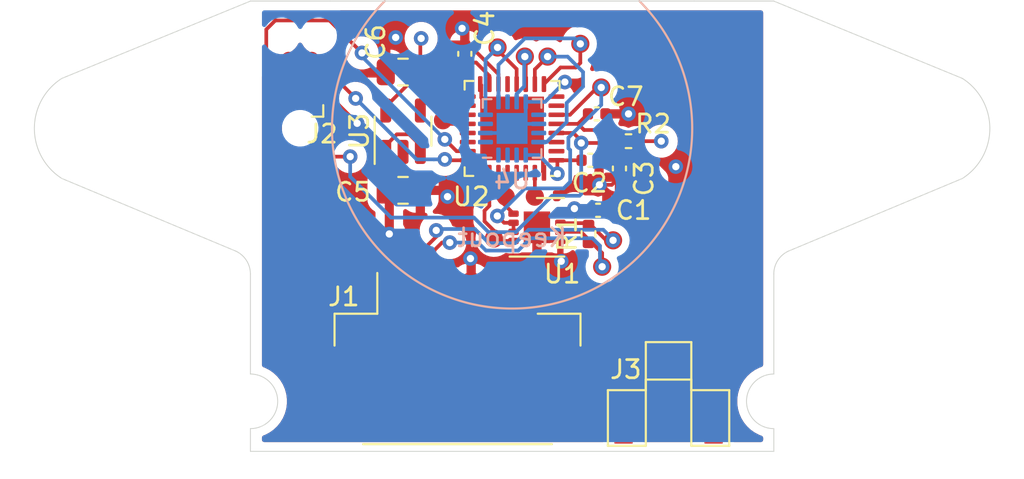
<source format=kicad_pcb>
(kicad_pcb (version 20211014) (generator pcbnew)
  (layers (0 "F.Cu" signal) (1 "In1.Cu" signal) (2 "In2.Cu" signal) (31 "B.Cu" signal) (34 "B.Paste" user) (35 "F.Paste" user) (36 "B.SilkS" user "B.Silkscreen") (37 "F.SilkS" user "F.Silkscreen") (38 "B.Mask" user) (39 "F.Mask" user) (44 "Edge.Cuts" user))
  (net 0 "")
  (net 1 "+5V")
  (net 2 "GNDD")
  (net 3 "+3V3")
  (net 4 "/USART2_RX")
  (net 5 "/USART2_DE")
  (net 6 "/USART2_TX")
  (net 7 "/~{RESET}")
  (net 8 "/RS485_N")
  (net 9 "/RS485_P")
  (net 10 "/BOOT0")
  (net 11 "/USB_DN")
  (net 12 "/USART1_TX")
  (net 13 "/USART1_RX")
  (net 14 "/SPI1_NSS")
  (net 15 "/SPI1_SCK")
  (net 16 "/SPI1_MISO")
  (net 19 "/SPI1_MOSI")
  (net 25 "/SWDIO")
  (net 26 "/SWCLK")
  (net 27 "/USB_DP")
  (net 29 "/I2S3_SD")
  (net 42 "/TEMP")
  (footprint "ODrive_KiCad:TestPoint_Pad_D1.0mm" (layer "F.Cu") (at 123.25 71.75)
    (fp_text reference "TP1" hide)
    (fp_text value "TestPoint")
    (pad "1" smd circle (at 0 0) (size 1 1) (layers "F.Cu" "F.Mask") (net 10 "/BOOT0"))
  )
  (footprint "Connector_Molex:Molex_CLIK-Mate_502585-0670_1x06-1MP_P1.50mm_Horizontal" (layer "F.Cu") (at 119 79.97)
    (fp_text reference "J1" (at -6.25 -2.72) (layer "F.SilkS"))
    (fp_text value "Main")
    (fp_line (start -4.41 -1.785) (end -4.41 -4.025) (layer "F.SilkS") (width 0.12))
    (fp_line (start -6.76 -1.785) (end -4.41 -1.785) (layer "F.SilkS") (width 0.12))
    (fp_line (start 6.76 -1.785) (end 4.41 -1.785) (layer "F.SilkS") (width 0.12))
    (fp_line (start 6.76 -0.035) (end 6.76 -1.785) (layer "F.SilkS") (width 0.12))
    (fp_line (start -5.19 5.385) (end 5.19 5.385) (layer "F.SilkS") (width 0.12))
    (fp_line (start -6.76 -0.035) (end -6.76 -1.785) (layer "F.SilkS") (width 0.12))
    (pad "1" smd roundrect (at -3.75 -2.575) (size 0.8 2.9) (layers "F.Cu" "F.Paste" "F.Mask") (net 1 "+5V"))
    (pad "2" smd roundrect (at -2.25 -2.575) (size 0.8 2.9) (layers "F.Cu" "F.Paste" "F.Mask") (net 8 "/RS485_N"))
    (pad "3" smd roundrect (at -0.75 -2.575) (size 0.8 2.9) (layers "F.Cu" "F.Paste" "F.Mask") (net 9 "/RS485_P"))
    (pad "4" smd roundrect (at 0.75 -2.575) (size 0.8 2.9) (layers "F.Cu" "F.Paste" "F.Mask") (net 2 "GNDD"))
    (pad "5" smd roundrect (at 2.25 -2.575) (size 0.8 2.9) (layers "F.Cu" "F.Paste" "F.Mask"))
    (pad "6" smd roundrect (at 3.75 -2.575) (size 0.8 2.9) (layers "F.Cu" "F.Paste" "F.Mask"))
    (pad "MP" smd roundrect (at 6.35 2.125) (size 1.8 3.8) (layers "F.Cu" "F.Paste" "F.Mask") (roundrect_rratio 0.138889))
    (pad "MP" smd roundrect (at -6.35 2.125) (size 1.8 3.8) (layers "F.Cu" "F.Paste" "F.Mask") (roundrect_rratio 0.138889))
  )
  (footprint "Resistor_SMD:R_0402_1005Metric" (layer "F.Cu") (at 128.4 68.7 180)
    (fp_text reference "R2" (at -1.35 0.95) (layer "F.SilkS"))
    (fp_text value "4.7k")
    (fp_line (start -0.153641 -0.38) (end 0.153641 -0.38) (layer "F.SilkS") (width 0.12))
    (fp_line (start -0.153641 0.38) (end 0.153641 0.38) (layer "F.SilkS") (width 0.12))
    (pad "1" smd roundrect (at -0.51 0 180) (size 0.54 0.64) (layers "F.Cu" "F.Paste" "F.Mask") (net 3 "+3V3"))
    (pad "2" smd roundrect (at 0.51 0 180) (size 0.54 0.64) (layers "F.Cu" "F.Paste" "F.Mask") (net 42 "/TEMP"))
  )
  (footprint "Capacitor_SMD:C_0402_1005Metric" (layer "F.Cu") (at 127.9 70.2 -90)
    (fp_text reference "C3" (at 0.55 -1.35 90) (layer "F.SilkS"))
    (fp_text value "100nF")
    (fp_line (start -0.107836 -0.36) (end 0.107836 -0.36) (layer "F.SilkS") (width 0.12))
    (fp_line (start -0.107836 0.36) (end 0.107836 0.36) (layer "F.SilkS") (width 0.12))
    (pad "1" smd roundrect (at -0.48 0 270) (size 0.56 0.62) (layers "F.Cu" "F.Paste" "F.Mask") (net 7 "/~{RESET}"))
    (pad "2" smd roundrect (at 0.48 0 270) (size 0.56 0.62) (layers "F.Cu" "F.Paste" "F.Mask") (net 2 "GNDD"))
  )
  (footprint "Package_CSP:LFCSP-8-1EP_3x3mm_P0.5mm_EP1.45x1.74mm" (layer "F.Cu") (at 123.365 73.435)
    (fp_text reference "U1" (at 1.385 2.565) (layer "F.SilkS"))
    (fp_text value "ADM4852")
    (fp_line (start 0 -1.61) (end 1.5 -1.61) (layer "F.SilkS") (width 0.12))
    (fp_line (start -1.5 1.61) (end 1.5 1.61) (layer "F.SilkS") (width 0.12))
    (pad "1" smd roundrect (at -1.2875 -0.75) (size 0.575 0.35) (layers "F.Cu" "F.Paste" "F.Mask") (net 4 "/USART2_RX"))
    (pad "2" smd roundrect (at -1.2875 -0.25) (size 0.575 0.35) (layers "F.Cu" "F.Paste" "F.Mask") (net 5 "/USART2_DE"))
    (pad "3" smd roundrect (at -1.2875 0.25) (size 0.575 0.35) (layers "F.Cu" "F.Paste" "F.Mask") (net 5 "/USART2_DE"))
    (pad "4" smd roundrect (at -1.2875 0.75) (size 0.575 0.35) (layers "F.Cu" "F.Paste" "F.Mask") (net 6 "/USART2_TX"))
    (pad "5" smd roundrect (at 1.2875 0.75) (size 0.575 0.35) (layers "F.Cu" "F.Paste" "F.Mask") (net 2 "GNDD"))
    (pad "6" smd roundrect (at 1.2875 0.25) (size 0.575 0.35) (layers "F.Cu" "F.Paste" "F.Mask") (net 9 "/RS485_P"))
    (pad "7" smd roundrect (at 1.2875 -0.25) (size 0.575 0.35) (layers "F.Cu" "F.Paste" "F.Mask") (net 8 "/RS485_N"))
    (pad "8" smd roundrect (at 1.2875 -0.75) (size 0.575 0.35) (layers "F.Cu" "F.Paste" "F.Mask") (net 1 "+5V"))
    (pad "PAD" smd rect (at 0 0) (size 1.45 1.74) (layers "F.Cu" "F.Mask") (net 2 "GNDD"))
  )
  (footprint "ODrive_KiCad:TestPoint_Pad_D1.0mm" (layer "F.Cu") (at 121.65 71.75)
    (fp_text reference "TP6" hide)
    (fp_text value "TestPoint")
    (pad "1" smd circle (at 0 0) (size 1 1) (layers "F.Cu" "F.Mask") (net 4 "/USART2_RX"))
  )
  (footprint "ODrive_KiCad:TestPoint_Pad_D1.0mm" (layer "F.Cu") (at 127.55 74.15)
    (fp_text reference "TP11" hide)
    (fp_text value "TestPoint")
    (pad "1" smd circle (at 0 0) (size 1 1) (layers "F.Cu" "F.Mask") (net 8 "/RS485_N"))
  )
  (footprint "ODrive_KiCad:TestPoint_Pad_D1.0mm" (layer "F.Cu") (at 122.7 64.05)
    (fp_text reference "TP9" hide)
    (fp_text value "TestPoint")
    (pad "1" smd circle (at 0 0) (size 1 1) (layers "F.Cu" "F.Mask") (net 16 "/SPI1_MISO"))
  )
  (footprint "Capacitor_SMD:C_0805_2012Metric" (layer "F.Cu") (at 116.0056 71.4024)
    (fp_text reference "C5" (at -2.7556 0.0976) (layer "F.SilkS"))
    (fp_text value "22uF")
    (fp_line (start -0.261252 0.735) (end 0.261252 0.735) (layer "F.SilkS") (width 0.12))
    (fp_line (start -0.261252 -0.735) (end 0.261252 -0.735) (layer "F.SilkS") (width 0.12))
    (pad "1" smd roundrect (at -0.95 0) (size 1 1.45) (layers "F.Cu" "F.Paste" "F.Mask") (net 1 "+5V"))
    (pad "2" smd roundrect (at 0.95 0) (size 1 1.45) (layers "F.Cu" "F.Paste" "F.Mask") (net 2 "GNDD"))
  )
  (footprint "MountingHole:MountingHole_3mm" (layer "F.Cu") (at 99 68)
    (fp_text reference "H1" hide)
    (fp_text value "MountingHole")
    (pad "" np_thru_hole circle (at 0 0) (size 3 3) (drill 3) (layers *.Cu *.Mask))
  )
  (footprint "ODrive_KiCad:JST_GH_SM02B" (layer "F.Cu") (at 130.6 80.775)
    (fp_text reference "J3" (at -2.35 0.475) (layer "F.SilkS"))
    (fp_text value "Thermistor")
    (fp_line (start 1.25 4.67) (end 3.335 4.67) (layer "F.SilkS") (width 0.12))
    (fp_line (start -1.25 4.67) (end -3.335 4.67) (layer "F.SilkS") (width 0.12))
    (fp_line (start -1.25 1.03) (end -1.25 4.67) (layer "F.SilkS") (width 0.12))
    (fp_line (start 3.335 1.61) (end 1.25 1.61) (layer "F.SilkS") (width 0.12))
    (fp_line (start 1.25 1.03) (end 1.25 4.67) (layer "F.SilkS") (width 0.12))
    (fp_line (start -1.25 1.03) (end 1.25 1.03) (layer "F.SilkS") (width 0.12))
    (fp_line (start -3.335 4.67) (end -3.335 1.61) (layer "F.SilkS") (width 0.12))
    (fp_line (start -1.25 1.61) (end -1.25 -1.03) (layer "F.SilkS") (width 0.12))
    (fp_line (start 1.25 1.61) (end 1.25 -1.03) (layer "F.SilkS") (width 0.12))
    (fp_line (start 3.335 4.67) (end 3.335 1.61) (layer "F.SilkS") (width 0.12))
    (fp_line (start -3.335 1.61) (end -1.25 1.61) (layer "F.SilkS") (width 0.12))
    (fp_line (start -1.25 -1.03) (end 1.25 -1.03) (layer "F.SilkS") (width 0.12))
    (pad "1" smd rect (at -0.625 0) (size 0.6 1.7) (layers "F.Cu" "F.Paste" "F.Mask") (net 42 "/TEMP"))
    (pad "2" smd rect (at 0.625 0) (size 0.6 1.7) (layers "F.Cu" "F.Paste" "F.Mask") (net 2 "GNDD"))
    (pad "SH" smd rect (at 2.475 3.2) (size 1 2.7) (layers "F.Cu" "F.Paste" "F.Mask") (net 2 "GNDD"))
    (pad "SH" smd rect (at -2.475 3.2) (size 1 2.7) (layers "F.Cu" "F.Paste" "F.Mask") (net 2 "GNDD"))
  )
  (footprint "ODrive_KiCad:TestPoint_Pad_D1.0mm" (layer "F.Cu") (at 121.2 63.55)
    (fp_text reference "TP10" hide)
    (fp_text value "TestPoint")
    (pad "1" smd circle (at 0 0) (size 1 1) (layers "F.Cu" "F.Mask") (net 19 "/SPI1_MOSI"))
  )
  (footprint "Capacitor_SMD:C_0805_2012Metric" (layer "F.Cu") (at 116.0056 64.9024 180)
    (fp_text reference "C6" (at 1.5056 1.6524 90) (layer "F.SilkS"))
    (fp_text value "22uF")
    (fp_line (start -0.261252 0.735) (end 0.261252 0.735) (layer "F.SilkS") (width 0.12))
    (fp_line (start -0.261252 -0.735) (end 0.261252 -0.735) (layer "F.SilkS") (width 0.12))
    (pad "1" smd roundrect (at -0.95 0 180) (size 1 1.45) (layers "F.Cu" "F.Paste" "F.Mask") (net 3 "+3V3"))
    (pad "2" smd roundrect (at 0.95 0 180) (size 1 1.45) (layers "F.Cu" "F.Paste" "F.Mask") (net 2 "GNDD"))
  )
  (footprint "Capacitor_SMD:C_0402_1005Metric" (layer "F.Cu") (at 119.4 63.9 -90)
    (fp_text reference "C4" (at -1.4 -1.1 90) (layer "F.SilkS"))
    (fp_text value "100nF")
    (fp_line (start -0.107836 -0.36) (end 0.107836 -0.36) (layer "F.SilkS") (width 0.12))
    (fp_line (start -0.107836 0.36) (end 0.107836 0.36) (layer "F.SilkS") (width 0.12))
    (pad "1" smd roundrect (at -0.48 0 270) (size 0.56 0.62) (layers "F.Cu" "F.Paste" "F.Mask") (net 2 "GNDD"))
    (pad "2" smd roundrect (at 0.48 0 270) (size 0.56 0.62) (layers "F.Cu" "F.Paste" "F.Mask") (net 3 "+3V3"))
  )
  (footprint "Package_TO_SOT_SMD:SOT-23-5" (layer "F.Cu") (at 116.0056 68.1524 90)
    (fp_text reference "U3" (at 0 -2.4 90) (layer "F.SilkS"))
    (fp_text value "LP5907MFX-3.3")
    (fp_line (start 0 -1.56) (end -1.8 -1.56) (layer "F.SilkS") (width 0.12))
    (fp_line (start 0 1.56) (end -0.8 1.56) (layer "F.SilkS") (width 0.12))
    (fp_line (start 0 -1.56) (end 0.8 -1.56) (layer "F.SilkS") (width 0.12))
    (fp_line (start 0 1.56) (end 0.8 1.56) (layer "F.SilkS") (width 0.12))
    (pad "1" smd roundrect (at -1.1375 -0.95 90) (size 1.325 0.6) (layers "F.Cu" "F.Paste" "F.Mask") (net 1 "+5V"))
    (pad "2" smd roundrect (at -1.1375 0 90) (size 1.325 0.6) (layers "F.Cu" "F.Paste" "F.Mask") (net 2 "GNDD"))
    (pad "3" smd roundrect (at -1.1375 0.95 90) (size 1.325 0.6) (layers "F.Cu" "F.Paste" "F.Mask") (net 1 "+5V"))
    (pad "4" smd roundrect (at 1.1375 0.95 90) (size 1.325 0.6) (layers "F.Cu" "F.Paste" "F.Mask"))
    (pad "5" smd roundrect (at 1.1375 -0.95 90) (size 1.325 0.6) (layers "F.Cu" "F.Paste" "F.Mask") (net 3 "+3V3"))
  )
  (footprint "ODrive_KiCad:TestPoint_Pad_D1.0mm" (layer "F.Cu") (at 125.75 63.35)
    (fp_text reference "TP7" hide)
    (fp_text value "TestPoint")
    (pad "1" smd circle (at 0 0) (size 1 1) (layers "F.Cu" "F.Mask") (net 14 "/SPI1_NSS"))
  )
  (footprint "Resistor_SMD:R_0402_1005Metric" (layer "F.Cu") (at 126.2 73.8 90)
    (fp_text reference "R1" (at 0 -1.17 90) (layer "F.SilkS"))
    (fp_text value "120")
    (fp_line (start -0.153641 -0.38) (end 0.153641 -0.38) (layer "F.SilkS") (width 0.12))
    (fp_line (start -0.153641 0.38) (end 0.153641 0.38) (layer "F.SilkS") (width 0.12))
    (pad "1" smd roundrect (at -0.51 0 90) (size 0.54 0.64) (layers "F.Cu" "F.Paste" "F.Mask") (net 9 "/RS485_P"))
    (pad "2" smd roundrect (at 0.51 0 90) (size 0.54 0.64) (layers "F.Cu" "F.Paste" "F.Mask") (net 8 "/RS485_N"))
  )
  (footprint "Connector:Tag-Connect_TC2030-IDC-NL_2x03_P1.27mm_Vertical" (layer "F.Cu") (at 110.35 65.45 90)
    (fp_text reference "J2" (at -2.85 1.2 180) (layer "F.SilkS"))
    (fp_text value "Debug")
    (fp_line (start -1.905 1.27) (end -1.905 0.635) (layer "F.SilkS") (width 0.12))
    (fp_line (start -1.27 1.27) (end -1.905 1.27) (layer "F.SilkS") (width 0.12))
    (pad "" np_thru_hole circle (at 2.54 1.016 90) (size 0.9906 0.9906) (drill 0.9906) (layers *.Cu *.Mask))
    (pad "" np_thru_hole circle (at -2.54 0 90) (size 0.9906 0.9906) (drill 0.9906) (layers *.Cu *.Mask))
    (pad "" np_thru_hole circle (at 2.54 -1.016 90) (size 0.9906 0.9906) (drill 0.9906) (layers *.Cu *.Mask))
    (pad "1" connect circle (at -1.27 0.635 90) (size 0.7874 0.7874) (layers "F.Cu" "F.Mask") (net 1 "+5V"))
    (pad "2" connect circle (at -1.27 -0.635 90) (size 0.7874 0.7874) (layers "F.Cu" "F.Mask") (net 7 "/~{RESET}"))
    (pad "3" connect circle (at 0 0.635 90) (size 0.7874 0.7874) (layers "F.Cu" "F.Mask") (net 26 "/SWCLK"))
    (pad "4" connect circle (at 0 -0.635 90) (size 0.7874 0.7874) (layers "F.Cu" "F.Mask") (net 25 "/SWDIO"))
    (pad "5" connect circle (at 1.27 0.635 90) (size 0.7874 0.7874) (layers "F.Cu" "F.Mask") (net 2 "GNDD"))
    (pad "6" connect circle (at 1.27 -0.635 90) (size 0.7874 0.7874) (layers "F.Cu" "F.Mask") (net 2 "GNDD"))
    (zone (net 0) (net_name "") (layer "F.Cu") (connect_pads (clearance 0)) (min_thickness 0.254)
      (keepout (tracks allowed) (vias not_allowed) (pads allowed) (copperpour not_allowed) (footprints not_allowed))
      (fill (thermal_gap 0.508) (thermal_bridge_width 0.508))
      (polygon (pts (xy 109.715 64.18) (xy 109.715 66.72) (xy 110.985 66.72) (xy 110.985 64.18)))
    )
  )
  (footprint "ODrive_KiCad:TestPoint_Pad_D1.0mm" (layer "F.Cu") (at 121 74.05)
    (fp_text reference "TP5" hide)
    (fp_text value "TestPoint")
    (pad "1" smd circle (at 0 0) (size 1 1) (layers "F.Cu" "F.Mask") (net 6 "/USART2_TX"))
  )
  (footprint "Capacitor_SMD:C_0402_1005Metric" (layer "F.Cu") (at 126.3 69.75 180)
    (fp_text reference "C2" (at 0.05 -1.25) (layer "F.SilkS"))
    (fp_text value "100nF")
    (fp_line (start -0.107836 0.36) (end 0.107836 0.36) (layer "F.SilkS") (width 0.12))
    (fp_line (start -0.107836 -0.36) (end 0.107836 -0.36) (layer "F.SilkS") (width 0.12))
    (pad "1" smd roundrect (at -0.48 0 180) (size 0.56 0.62) (layers "F.Cu" "F.Paste" "F.Mask") (net 2 "GNDD"))
    (pad "2" smd roundrect (at 0.48 0 180) (size 0.56 0.62) (layers "F.Cu" "F.Paste" "F.Mask") (net 3 "+3V3"))
  )
  (footprint "ODrive_KiCad:TestPoint_Pad_D1.0mm" (layer "F.Cu") (at 118.2 67.55)
    (fp_text reference "TP3" hide)
    (fp_text value "TestPoint")
    (pad "1" smd circle (at 0 0) (size 1 1) (layers "F.Cu" "F.Mask") (net 13 "/USART1_RX"))
  )
  (footprint "ODrive_KiCad:TestPoint_Pad_D1.0mm" (layer "F.Cu") (at 118.25 66.1)
    (fp_text reference "TP2" hide)
    (fp_text value "TestPoint")
    (pad "1" smd circle (at 0 0) (size 1 1) (layers "F.Cu" "F.Mask") (net 12 "/USART1_TX"))
  )
  (footprint "Capacitor_SMD:C_0402_1005Metric" (layer "F.Cu") (at 126.65 67.2)
    (fp_text reference "C7" (at 1.6 -0.95) (layer "F.SilkS"))
    (fp_text value "2.2uF")
    (fp_line (start -0.107836 0.36) (end 0.107836 0.36) (layer "F.SilkS") (width 0.12))
    (fp_line (start -0.107836 -0.36) (end 0.107836 -0.36) (layer "F.SilkS") (width 0.12))
    (pad "1" smd roundrect (at -0.48 0) (size 0.56 0.62) (layers "F.Cu" "F.Paste" "F.Mask") (net 42 "/TEMP"))
    (pad "2" smd roundrect (at 0.48 0) (size 0.56 0.62) (layers "F.Cu" "F.Paste" "F.Mask") (net 2 "GNDD"))
  )
  (footprint "ODrive_KiCad:TestPoint_Pad_D1.0mm" (layer "F.Cu") (at 126.95 75.6)
    (fp_text reference "TP12" hide)
    (fp_text value "TestPoint")
    (pad "1" smd circle (at 0 0) (size 1 1) (layers "F.Cu" "F.Mask") (net 9 "/RS485_P"))
  )
  (footprint "Capacitor_SMD:C_0402_1005Metric" (layer "F.Cu") (at 126.725 72.5 180)
    (fp_text reference "C1" (at -1.95 0) (layer "F.SilkS"))
    (fp_text value "100nF")
    (fp_line (start -0.107836 0.36) (end 0.107836 0.36) (layer "F.SilkS") (width 0.12))
    (fp_line (start -0.107836 -0.36) (end 0.107836 -0.36) (layer "F.SilkS") (width 0.12))
    (pad "1" smd roundrect (at -0.48 0 180) (size 0.56 0.62) (layers "F.Cu" "F.Paste" "F.Mask") (net 2 "GNDD"))
    (pad "2" smd roundrect (at 0.48 0 180) (size 0.56 0.62) (layers "F.Cu" "F.Paste" "F.Mask") (net 1 "+5V"))
  )
  (footprint "ODrive_KiCad:TestPoint_Pad_D1.0mm" (layer "F.Cu") (at 123.95 64.05)
    (fp_text reference "TP8" hide)
    (fp_text value "TestPoint")
    (pad "1" smd circle (at 0 0) (size 1 1) (layers "F.Cu" "F.Mask") (net 15 "/SPI1_SCK"))
  )
  (footprint "ODrive_KiCad:TestPoint_Pad_D1.0mm" (layer "F.Cu") (at 126.9 65.75)
    (fp_text reference "TP4" hide)
    (fp_text value "TestPoint")
    (pad "1" smd circle (at 0 0) (size 1 1) (layers "F.Cu" "F.Mask") (net 5 "/USART2_DE"))
  )
  (footprint "MountingHole:MountingHole_3mm" (layer "F.Cu") (at 105.78 68)
    (fp_text reference "H3" hide)
    (fp_text value "MountingHole")
    (pad "" np_thru_hole circle (at 0 0) (size 3 3) (drill 3) (layers *.Cu *.Mask))
  )
  (footprint "MountingHole:MountingHole_3mm" (layer "F.Cu") (at 145 68)
    (fp_text reference "H2" hide)
    (fp_text value "MountingHole")
    (pad "" np_thru_hole circle (at 0 0) (size 3 3) (drill 3) (layers *.Cu *.Mask))
  )
  (footprint "Package_DFN_QFN:UFQFPN-32-1EP_5x5mm_P0.5mm_EP3.5x3.5mm" (layer "F.Cu") (at 122 68 180)
    (fp_text reference "U2" (at 2.25 -3.75) (layer "F.SilkS"))
    (fp_text value "STM32G4A1KEU4")
    (fp_line (start 2.135 2.61) (end 2.61 2.61) (layer "F.SilkS") (width 0.12))
    (fp_line (start 2.135 -2.61) (end 2.61 -2.61) (layer "F.SilkS") (width 0.12))
    (fp_line (start -2.61 2.61) (end -2.61 2.135) (layer "F.SilkS") (width 0.12))
    (fp_line (start 2.61 -2.61) (end 2.61 -2.135) (layer "F.SilkS") (width 0.12))
    (fp_line (start -2.135 -2.61) (end -2.61 -2.61) (layer "F.SilkS") (width 0.12))
    (fp_line (start -2.135 2.61) (end -2.61 2.61) (layer "F.SilkS") (width 0.12))
    (fp_line (start 2.61 2.61) (end 2.61 2.135) (layer "F.SilkS") (width 0.12))
    (pad "1" smd roundrect (at -2.4375 -1.75 180) (size 0.875 0.25) (layers "F.Cu" "F.Paste" "F.Mask") (net 3 "+3V3"))
    (pad "2" smd roundrect (at -2.4375 -1.25 180) (size 0.875 0.25) (layers "F.Cu" "F.Paste" "F.Mask"))
    (pad "3" smd roundrect (at -2.4375 -0.75 180) (size 0.875 0.25) (layers "F.Cu" "F.Paste" "F.Mask"))
    (pad "4" smd roundrect (at -2.4375 -0.25 180) (size 0.875 0.25) (layers "F.Cu" "F.Paste" "F.Mask") (net 7 "/~{RESET}"))
    (pad "5" smd roundrect (at -2.4375 0.25 180) (size 0.875 0.25) (layers "F.Cu" "F.Paste" "F.Mask") (net 42 "/TEMP"))
    (pad "6" smd roundrect (at -2.4375 0.75 180) (size 0.875 0.25) (layers "F.Cu" "F.Paste" "F.Mask") (net 5 "/USART2_DE"))
    (pad "7" smd roundrect (at -2.4375 1.25 180) (size 0.875 0.25) (layers "F.Cu" "F.Paste" "F.Mask"))
    (pad "8" smd roundrect (at -2.4375 1.75 180) (size 0.875 0.25) (layers "F.Cu" "F.Paste" "F.Mask"))
    (pad "9" smd roundrect (at -1.75 2.4375 180) (size 0.25 0.875) (layers "F.Cu" "F.Paste" "F.Mask") (net 14 "/SPI1_NSS"))
    (pad "10" smd roundrect (at -1.25 2.4375 180) (size 0.25 0.875) (layers "F.Cu" "F.Paste" "F.Mask") (net 15 "/SPI1_SCK"))
    (pad "11" smd roundrect (at -0.75 2.4375 180) (size 0.25 0.875) (layers "F.Cu" "F.Paste" "F.Mask") (net 16 "/SPI1_MISO"))
    (pad "12" smd roundrect (at -0.25 2.4375 180) (size 0.25 0.875) (layers "F.Cu" "F.Paste" "F.Mask") (net 19 "/SPI1_MOSI"))
    (pad "13" smd roundrect (at 0.25 2.4375 180) (size 0.25 0.875) (layers "F.Cu" "F.Paste" "F.Mask"))
    (pad "14" smd roundrect (at 0.75 2.4375 180) (size 0.25 0.875) (layers "F.Cu" "F.Paste" "F.Mask") (net 2 "GNDD"))
    (pad "15" smd roundrect (at 1.25 2.4375 180) (size 0.25 0.875) (layers "F.Cu" "F.Paste" "F.Mask") (net 3 "+3V3"))
    (pad "16" smd roundrect (at 1.75 2.4375 180) (size 0.25 0.875) (layers "F.Cu" "F.Paste" "F.Mask") (net 2 "GNDD"))
    (pad "17" smd roundrect (at 2.4375 1.75 180) (size 0.875 0.25) (layers "F.Cu" "F.Paste" "F.Mask") (net 3 "+3V3"))
    (pad "18" smd roundrect (at 2.4375 1.25 180) (size 0.875 0.25) (layers "F.Cu" "F.Paste" "F.Mask"))
    (pad "19" smd roundrect (at 2.4375 0.75 180) (size 0.875 0.25) (layers "F.Cu" "F.Paste" "F.Mask") (net 12 "/USART1_TX"))
    (pad "20" smd roundrect (at 2.4375 0.25 180) (size 0.875 0.25) (layers "F.Cu" "F.Paste" "F.Mask") (net 13 "/USART1_RX"))
    (pad "21" smd roundrect (at 2.4375 -0.25 180) (size 0.875 0.25) (layers "F.Cu" "F.Paste" "F.Mask") (net 11 "/USB_DN"))
    (pad "22" smd roundrect (at 2.4375 -0.75 180) (size 0.875 0.25) (layers "F.Cu" "F.Paste" "F.Mask") (net 27 "/USB_DP"))
    (pad "23" smd roundrect (at 2.4375 -1.25 180) (size 0.875 0.25) (layers "F.Cu" "F.Paste" "F.Mask") (net 25 "/SWDIO"))
    (pad "24" smd roundrect (at 2.4375 -1.75 180) (size 0.875 0.25) (layers "F.Cu" "F.Paste" "F.Mask") (net 26 "/SWCLK"))
    (pad "25" smd roundrect (at 1.75 -2.4375 180) (size 0.25 0.875) (layers "F.Cu" "F.Paste" "F.Mask"))
    (pad "26" smd roundrect (at 1.25 -2.4375 180) (size 0.25 0.875) (layers "F.Cu" "F.Paste" "F.Mask") (net 6 "/USART2_TX"))
    (pad "27" smd roundrect (at 0.75 -2.4375 180) (size 0.25 0.875) (layers "F.Cu" "F.Paste" "F.Mask") (net 4 "/USART2_RX"))
    (pad "28" smd roundrect (at 0.25 -2.4375 180) (size 0.25 0.875) (layers "F.Cu" "F.Paste" "F.Mask") (net 29 "/I2S3_SD"))
    (pad "29" smd roundrect (at -0.25 -2.4375 180) (size 0.25 0.875) (layers "F.Cu" "F.Paste" "F.Mask"))
    (pad "30" smd roundrect (at -0.75 -2.4375 180) (size 0.25 0.875) (layers "F.Cu" "F.Paste" "F.Mask"))
    (pad "31" smd roundrect (at -1.25 -2.4375 180) (size 0.25 0.875) (layers "F.Cu" "F.Paste" "F.Mask") (net 10 "/BOOT0"))
    (pad "32" smd roundrect (at -1.75 -2.4375 180) (size 0.25 0.875) (layers "F.Cu" "F.Paste" "F.Mask") (net 2 "GNDD"))
    (pad "33" smd rect (at 0 0 180) (size 3.5 3.5) (layers "F.Cu" "F.Mask") (net 2 "GNDD"))
  )
  (footprint "MountingHole:MountingHole_3mm" (layer "F.Cu") (at 138.22 68)
    (fp_text reference "H4" hide)
    (fp_text value "MountingHole")
    (pad "" np_thru_hole circle (at 0 0) (size 3 3) (drill 3) (layers *.Cu *.Mask))
  )
  (footprint "Package_DFN_QFN:QFN-16-1EP_3x3mm_P0.5mm_EP1.7x1.7mm" (layer "B.Cu") (at 122 68)
    (fp_text reference "U4" (at 0 2.82) (layer "B.SilkS") (effects (justify mirror)))
    (fp_text value "MA730")
    (fp_line (start 1.135 1.61) (end 1.61 1.61) (layer "B.SilkS") (width 0.12))
    (fp_line (start -1.135 -1.61) (end -1.61 -1.61) (layer "B.SilkS") (width 0.12))
    (fp_line (start -1.61 -1.61) (end -1.61 -1.135) (layer "B.SilkS") (width 0.12))
    (fp_line (start -1.135 1.61) (end -1.61 1.61) (layer "B.SilkS") (width 0.12))
    (fp_line (start 1.135 -1.61) (end 1.61 -1.61) (layer "B.SilkS") (width 0.12))
    (fp_line (start 1.61 -1.61) (end 1.61 -1.135) (layer "B.SilkS") (width 0.12))
    (fp_line (start 1.61 1.61) (end 1.61 1.135) (layer "B.SilkS") (width 0.12))
    (pad "1" smd roundrect (at -1.4625 0.75) (size 0.825 0.25) (layers "B.Cu" "B.Paste" "B.Mask"))
    (pad "2" smd roundrect (at -1.4625 0.25) (size 0.825 0.25) (layers "B.Cu" "B.Paste" "B.Mask"))
    (pad "3" smd roundrect (at -1.4625 -0.25) (size 0.825 0.25) (layers "B.Cu" "B.Paste" "B.Mask"))
    (pad "4" smd roundrect (at -1.4625 -0.75) (size 0.825 0.25) (layers "B.Cu" "B.Paste" "B.Mask") (net 19 "/SPI1_MOSI"))
    (pad "5" smd roundrect (at -0.75 -1.4625) (size 0.25 0.825) (layers "B.Cu" "B.Paste" "B.Mask") (net 14 "/SPI1_NSS"))
    (pad "6" smd roundrect (at -0.25 -1.4625) (size 0.25 0.825) (layers "B.Cu" "B.Paste" "B.Mask"))
    (pad "7" smd roundrect (at 0.25 -1.4625) (size 0.25 0.825) (layers "B.Cu" "B.Paste" "B.Mask") (net 16 "/SPI1_MISO"))
    (pad "8" smd roundrect (at 0.75 -1.4625) (size 0.25 0.825) (layers "B.Cu" "B.Paste" "B.Mask") (net 2 "GNDD"))
    (pad "9" smd roundrect (at 1.4625 -0.75) (size 0.825 0.25) (layers "B.Cu" "B.Paste" "B.Mask"))
    (pad "10" smd roundrect (at 1.4625 -0.25) (size 0.825 0.25) (layers "B.Cu" "B.Paste" "B.Mask") (net 2 "GNDD"))
    (pad "11" smd roundrect (at 1.4625 0.25) (size 0.825 0.25) (layers "B.Cu" "B.Paste" "B.Mask"))
    (pad "12" smd roundrect (at 1.4625 0.75) (size 0.825 0.25) (layers "B.Cu" "B.Paste" "B.Mask") (net 15 "/SPI1_SCK"))
    (pad "13" smd roundrect (at 0.75 1.4625) (size 0.25 0.825) (layers "B.Cu" "B.Paste" "B.Mask") (net 3 "+3V3"))
    (pad "14" smd roundrect (at 0.25 1.4625) (size 0.25 0.825) (layers "B.Cu" "B.Paste" "B.Mask"))
    (pad "15" smd roundrect (at -0.25 1.4625) (size 0.25 0.825) (layers "B.Cu" "B.Paste" "B.Mask"))
    (pad "16" smd roundrect (at -0.75 1.4625) (size 0.25 0.825) (layers "B.Cu" "B.Paste" "B.Mask"))
    (pad "17" smd rect locked (at 0 0) (size 1.7 1.7) (layers "B.Cu" "B.Mask") (net 2 "GNDD"))
  )
  (gr_arc (start 129 61) (mid 122 77.899495) (end 115 61) (layer "B.SilkS") (width 0.12))
  (gr_line (start 136.385 85.75) (end 136.385 84.5) (layer "Edge.Cuts") (width 0.05))
  (gr_line (start 136.385 81.5) (end 136.385 76) (layer "Edge.Cuts") (width 0.05))
  (gr_line (start 136.385 61) (end 132 61) (layer "Edge.Cuts") (width 0.05))
  (gr_line (start 97.25 65.25) (end 107.615 61) (layer "Edge.Cuts") (width 0.05))
  (gr_line (start 107.615 76) (end 107.615 81.5) (layer "Edge.Cuts") (width 0.05))
  (gr_line (start 112 61) (end 132 61) (layer "Edge.Cuts") (width 0.05))
  (gr_arc (start 107.615 81.5) (mid 109.115 83) (end 107.615 84.5) (layer "Edge.Cuts") (width 0.05))
  (gr_arc (start 136.385 84.5) (mid 134.885 83) (end 136.385 81.5) (layer "Edge.Cuts") (width 0.05))
  (gr_arc (start 136.385 76) (mid 136.601903 75.25584) (end 137.184674 74.744764) (layer "Edge.Cuts") (width 0.05))
  (gr_arc (start 106.815326 74.744764) (mid 107.398097 75.25584) (end 107.615 76) (layer "Edge.Cuts") (width 0.05))
  (gr_arc (start 146.75 65.25) (mid 148.259601 68) (end 146.75 70.75) (layer "Edge.Cuts") (width 0.05))
  (gr_line (start 107.615 85.75) (end 136.385 85.75) (layer "Edge.Cuts") (width 0.05))
  (gr_line (start 107.615 84.5) (end 107.615 85.75) (layer "Edge.Cuts") (width 0.05))
  (gr_line (start 107.615 61) (end 112 61) (layer "Edge.Cuts") (width 0.05))
  (gr_line (start 137.184674 74.744764) (end 146.75 70.75) (layer "Edge.Cuts") (width 0.05))
  (gr_line (start 97.25 70.75) (end 106.815326 74.744764) (layer "Edge.Cuts") (width 0.05))
  (gr_arc (start 97.25 70.75) (mid 95.740399 68) (end 97.25 65.25) (layer "Edge.Cuts") (width 0.05))
  (gr_line (start 136.385 61) (end 146.75 65.25) (layer "Edge.Cuts") (width 0.05))
  (gr_text "Keepout" (at 122 74) (layer "B.SilkS") (effects (font (size 1 1)) (justify mirror)))
  (segment (start 116.343785 68.32308) (end 115.667415 68.32308) (width 0.2032) (layer "F.Cu") (net 1))
  (segment (start 116.9556 69.2899) (end 116.9556 68.934895) (width 0.2032) (layer "F.Cu") (net 1))
  (segment (start 115.0556 68.934895) (end 115.0556 69.2899) (width 0.2032) (layer "F.Cu") (net 1))
  (segment (start 126.245 72.5) (end 125.5207 72.5) (width 0.2032) (layer "F.Cu") (net 1))
  (segment (start 115.0556 69.2899) (end 113.48285 67.71715) (width 0.2032) (layer "F.Cu") (net 1))
  (segment (start 116.9556 68.934895) (end 116.343785 68.32308) (width 0.2032) (layer "F.Cu") (net 1))
  (segment (start 112.4857 66.72) (end 113.48285 67.71715) (width 0.2032) (layer "F.Cu") (net 1))
  (segment (start 110.985 66.72) (end 112.4857 66.72) (width 0.2032) (layer "F.Cu") (net 1))
  (segment (start 115.25 77.3028) (end 115.25 71.5968) (width 0.5) (layer "F.Cu") (net 1))
  (segment (start 125.1443 72.685) (end 125.425 72.4043) (width 0.2032) (layer "F.Cu") (net 1))
  (segment (start 115.0556 69.2899) (end 115.0556 71.4024) (width 0.2032) (layer "F.Cu") (net 1))
  (segment (start 115.667415 68.32308) (end 115.0556 68.934895) (width 0.2032) (layer "F.Cu") (net 1))
  (segment (start 124.6525 72.685) (end 125.1443 72.685) (width 0.2032) (layer "F.Cu") (net 1))
  (segment (start 115.25 71.5968) (end 115.0556 71.4024) (width 0.5) (layer "F.Cu") (net 1))
  (segment (start 125.5207 72.5) (end 125.425 72.4043) (width 0.2032) (layer "F.Cu") (net 1))
  (via (at 125.425 72.4043) (size 0.8) (drill 0.4) (layers "F.Cu" "B.Cu") (net 1))
  (via (at 115.25 73.8) (size 0.8) (drill 0.4) (layers "F.Cu" "B.Cu") (net 1))
  (via (at 113.48285 67.71715) (size 0.8) (drill 0.4) (layers "F.Cu" "B.Cu") (net 1))
  (segment (start 128.4043 72.4043) (end 129.85 73.85) (width 0.5) (layer "B.Cu") (net 1))
  (segment (start 125.425 72.4043) (end 128.4043 72.4043) (width 0.5) (layer "B.Cu") (net 1))
  (segment (start 119.1 77.65) (end 115.25 73.8) (width 0.5) (layer "B.Cu") (net 1))
  (segment (start 128.05 77.65) (end 119.1 77.65) (width 0.5) (layer "B.Cu") (net 1))
  (segment (start 129.85 73.85) (end 129.85 75.85) (width 0.5) (layer "B.Cu") (net 1))
  (segment (start 129.85 75.85) (end 128.05 77.65) (width 0.5) (layer "B.Cu") (net 1))
  (segment (start 124.115 74.185) (end 123.365 73.435) (width 0.2032) (layer "F.Cu") (net 2))
  (segment (start 112.28 64.18) (end 113.2 65.1) (width 0.2032) (layer "F.Cu") (net 2))
  (segment (start 109.715 64.18) (end 110.985 64.18) (width 0.2032) (layer "F.Cu") (net 2))
  (segment (start 119.75 75.190471) (end 119.710129 75.1506) (width 0.2032) (layer "F.Cu") (net 2))
  (segment (start 126.78 70.704562) (end 126.78 69.75) (width 0.2032) (layer "F.Cu") (net 2))
  (segment (start 121.25 65.016378) (end 119.653622 63.42) (width 0.2032) (layer "F.Cu") (net 2))
  (segment (start 131.225 70.325) (end 131 70.1) (width 0.2032) (layer "F.Cu") (net 2))
  (segment (start 121.25 65.5625) (end 121.25 65.016378) (width 0.2032) (layer "F.Cu") (net 2))
  (segment (start 120.30432 66.30432) (end 122 68) (width 0.2032) (layer "F.Cu") (net 2))
  (segment (start 110.985 64.18) (end 112.28 64.18) (width 0.2032) (layer "F.Cu") (net 2))
  (segment (start 123.69568 69.69568) (end 122 68) (width 0.2032) (layer "F.Cu") (net 2))
  (segment (start 123.69568 70.38318) (end 123.69568 69.69568) (width 0.2032) (layer "F.Cu") (net 2))
  (segment (start 115.0556 63.5444) (end 115.6 63) (width 0.2032) (layer "F.Cu") (net 2))
  (segment (start 127.716032 70.68) (end 127.9 70.68) (width 0.2032) (layer "F.Cu") (net 2))
  (segment (start 126.8 71.1) (end 127.48 71.1) (width 0.2032) (layer "F.Cu") (net 2))
  (segment (start 121.25 65.5625) (end 121.25 67.25) (width 0.2032) (layer "F.Cu") (net 2))
  (segment (start 114.858 65.1) (end 115.0556 64.9024) (width 0.2032) (layer "F.Cu") (net 2))
  (segment (start 131.225 80.775) (end 131.225 70.325) (width 0.2032) (layer "F.Cu") (net 2))
  (segment (start 133.075 83.975) (end 131.225 82.125) (width 0.2032) (layer "F.Cu") (net 2))
  (segment (start 131.225 82.125) (end 131.225 80.775) (width 0.2032) (layer "F.Cu") (net 2))
  (segment (start 127.13 67.2) (end 128.4 67.2) (width 0.2032) (layer "F.Cu") (net 2))
  (segment (start 116.0056 70.4524) (end 116.0056 69.2899) (width 0.2032) (layer "F.Cu") (net 2))
  (segment (start 131.225 81.5782) (end 131.225 80.775) (width 0.2032) (layer "F.Cu") (net 2))
  (segment (start 116.9556 71.4024) (end 116.0056 70.4524) (width 0.2032) (layer "F.Cu") (net 2))
  (segment (start 119.4 62.65) (end 119.25 62.5) (width 0.2032) (layer "F.Cu") (net 2))
  (segment (start 124.6525 75.2525) (end 124.7 75.3) (width 0.2032) (layer "F.Cu") (net 2))
  (segment (start 121.25 67.25) (end 122 68) (width 0.2032) (layer "F.Cu") (net 2))
  (segment (start 120.30432 65.61682) (end 120.30432 66.30432) (width 0.2032) (layer "F.Cu") (net 2))
  (segment (start 127.48 71.1) (end 127.9 70.68) (width 0.2032) (layer "F.Cu") (net 2))
  (segment (start 119.653622 63.42) (end 119.4 63.42) (width 0.2032) (layer "F.Cu") (net 2))
  (segment (start 119.4 63.42) (end 119.4 62.65) (width 0.2032) (layer "F.Cu") (net 2))
  (segment (start 116.9556 71.4024) (end 118.1024 71.4024) (width 0.2032) (layer "F.Cu") (net 2))
  (segment (start 128.125 83.975) (end 128.8282 83.975) (width 0.2032) (layer "F.Cu") (net 2))
  (segment (start 115.0556 64.9024) (end 115.0556 63.5444) (width 0.2032) (layer "F.Cu") (net 2))
  (segment (start 124.6525 74.185) (end 124.115 74.185) (width 0.2032) (layer "F.Cu") (net 2))
  (segment (start 126.8 71.1) (end 126.78 70.704562) (width 0.2032) (layer "F.Cu") (net 2))
  (segment (start 124.6525 74.185) (end 124.6525 75.2525) (width 0.2032) (layer "F.Cu") (net 2))
  (segment (start 119.75 77.3028) (end 119.75 75.190471) (width 0.2032) (layer "F.Cu") (net 2))
  (segment (start 120.25 65.5625) (end 120.30432 65.61682) (width 0.2032) (layer "F.Cu") (net 2))
  (segment (start 113.2 65.1) (end 114.858 65.1) (width 0.2032) (layer "F.Cu") (net 2))
  (segment (start 118.1024 71.4024) (end 118.45 71.75) (width 0.2032) (layer "F.Cu") (net 2))
  (segment (start 123.75 70.4375) (end 123.69568 70.38318) (width 0.2032) (layer "F.Cu") (net 2))
  (segment (start 128.8282 83.975) (end 131.225 81.5782) (width 0.2032) (layer "F.Cu") (net 2))
  (via (at 124.7 75.3) (size 0.8) (drill 0.4) (layers "F.Cu" "B.Cu") (net 2))
  (via (at 131 70.1) (size 0.8) (drill 0.4) (layers "F.Cu" "B.Cu") (net 2))
  (via (at 126.8 71.1) (size 0.8) (drill 0.4) (layers "F.Cu" "B.Cu") (net 2))
  (via (at 128.4 67.2) (size 0.8) (drill 0.4) (layers "F.Cu" "B.Cu") (net 2))
  (via (at 115.6 63) (size 0.8) (drill 0.4) (layers "F.Cu" "B.Cu") (net 2))
  (via (at 119.710129 75.1506) (size 0.8) (drill 0.4) (layers "F.Cu" "B.Cu") (net 2))
  (via (at 118.45 71.75) (size 0.8) (drill 0.4) (layers "F.Cu" "B.Cu") (net 2))
  (via (at 119.25 62.5) (size 0.8) (drill 0.4) (layers "F.Cu" "B.Cu") (net 2))
  (via (at 124.9 65.45) (size 0.8) (drill 0.4) (layers "F.Cu" "B.Cu") (net 2))
  (segment (start 122.74568 66.54182) (end 122.74568 67.25432) (width 0.2032) (layer "B.Cu") (net 2))
  (segment (start 122.75 66.5375) (end 123.8125 66.5375) (width 0.2032) (layer "B.Cu") (net 2))
  (segment (start 123.4625 67.75) (end 122.25 67.75) (width 0.2032) (layer "B.Cu") (net 2))
  (segment (start 122.74568 67.25432) (end 122 68) (width 0.2032) (layer "B.Cu") (net 2))
  (segment (start 121.75 68.25) (end 122 68) (width 0.2032) (layer "B.Cu") (net 2))
  (segment (start 122.75 66.5375) (end 122.74568 66.54182) (width 0.2032) (layer "B.Cu") (net 2))
  (segment (start 123.8125 66.5375) (end 124.9 65.45) (width 0.2032) (layer "B.Cu") (net 2))
  (segment (start 122.25 67.75) (end 122 68) (width 0.2032) (layer "B.Cu") (net 2))
  (segment (start 120.5375 68.25) (end 121.75 68.25) (width 0.2032) (layer "B.Cu") (net 2))
  (segment (start 124.488699 69.801199) (end 124.488699 70.48979) (width 0.2032) (layer "F.Cu") (net 3))
  (segment (start 120.75 65.106239) (end 120.023761 64.38) (width 0.2032) (layer "F.Cu") (net 3))
  (segment (start 119.4 64.33) (end 119.4 66.0875) (width 0.2032) (layer "F.Cu") (net 3))
  (segment (start 120.023761 64.38) (end 119.4 64.38) (width 0.2032) (layer "F.Cu") (net 3))
  (segment (start 116.9556 64.9024) (end 116.9556 63.0944) (width 0.2032) (layer "F.Cu") (net 3))
  (segment (start 117.528 64.33) (end 116.9556 64.9024) (width 0.2032) (layer "F.Cu") (net 3))
  (segment (start 124.4375 69.75) (end 124.488699 69.801199) (width 0.2032) (layer "F.Cu") (net 3))
  (segment (start 120.75 65.5625) (end 120.75 65.106239) (width 0.2032) (layer "F.Cu") (net 3))
  (segment (start 119.4 66.0875) (end 119.5625 66.25) (width 0.2032) (layer "F.Cu") (net 3))
  (segment (start 115.0556 67.0149) (end 115.0556 66.8024) (width 0.2032) (layer "F.Cu") (net 3))
  (segment (start 128.91 68.7) (end 130.2 68.7) (width 0.2032) (layer "F.Cu") (net 3))
  (segment (start 116.9556 63.0944) (end 117 63.05) (width 0.2032) (layer "F.Cu") (net 3))
  (segment (start 115.0556 66.8024) (end 116.9556 64.9024) (width 0.2032) (layer "F.Cu") (net 3))
  (segment (start 119.4 64.33) (end 117.528 64.33) (width 0.2032) (layer "F.Cu") (net 3))
  (segment (start 125.82 69.75) (end 124.4375 69.75) (width 0.2032) (layer "F.Cu") (net 3))
  (via (at 130.2 68.7) (size 0.8) (drill 0.4) (layers "F.Cu" "B.Cu") (net 3))
  (via (at 124.488699 70.48979) (size 0.8) (drill 0.4) (layers "F.Cu" "B.Cu") (net 3))
  (via (at 117 63.05) (size 0.8) (drill 0.4) (layers "F.Cu" "B.Cu") (net 3))
  (segment (start 123.461409 69.4625) (end 124.488699 70.48979) (width 0.2032) (layer "B.Cu") (net 3))
  (segment (start 122.75 69.4625) (end 123.461409 69.4625) (width 0.2032) (layer "B.Cu") (net 3))
  (segment (start 121.25 71.8575) (end 121.25 70.4375) (width 0.2032) (layer "F.Cu") (net 4))
  (segment (start 122.0775 72.685) (end 121.25 71.8575) (width 0.2032) (layer "F.Cu") (net 4))
  (segment (start 126.681637 65.75) (end 126.9 65.75) (width 0.2032) (layer "F.Cu") (net 5))
  (segment (start 124.4375 67.25) (end 125.181637 67.25) (width 0.2032) (layer "F.Cu") (net 5))
  (segment (start 126.181637 66.25) (end 126.681637 65.75) (width 0.2032) (layer "F.Cu") (net 5))
  (segment (start 122.0775 73.185) (end 121.561257 73.185) (width 0.2032) (layer "F.Cu") (net 5))
  (segment (start 122.0775 73.185) (end 122.0775 73.685) (width 0.2032) (layer "F.Cu") (net 5))
  (segment (start 125.181637 67.25) (end 126.181637 66.25) (width 0.2032) (layer "F.Cu") (net 5))
  (segment (start 121.561257 73.185) (end 121.188441 72.812184) (width 0.2032) (layer "F.Cu") (net 5))
  (via (at 126.9 65.75) (size 0.8) (drill 0.4) (layers "F.Cu" "B.Cu") (net 5))
  (via (at 121.188441 72.812184) (size 0.8) (drill 0.4) (layers "F.Cu" "B.Cu") (net 5))
  (segment (start 122.706535 71.29409) (end 121.188441 72.812184) (width 0.2032) (layer "B.Cu") (net 5))
  (segment (start 126.9 66.703967) (end 125.095699 68.508268) (width 0.2032) (layer "B.Cu") (net 5))
  (segment (start 126.9 65.75) (end 126.9 66.703967) (width 0.2032) (layer "B.Cu") (net 5))
  (segment (start 125.095699 69.091732) (end 125.192999 69.189032) (width 0.2032) (layer "B.Cu") (net 5))
  (segment (start 125.095699 68.508268) (end 125.095699 69.091732) (width 0.2032) (layer "B.Cu") (net 5))
  (segment (start 125.192999 69.189032) (end 125.192999 70.932957) (width 0.2032) (layer "B.Cu") (net 5))
  (segment (start 125.192999 70.932957) (end 124.831866 71.29409) (width 0.2032) (layer "B.Cu") (net 5))
  (segment (start 124.831866 71.29409) (end 122.706535 71.29409) (width 0.2032) (layer "B.Cu") (net 5))
  (segment (start 120.48414 73.103916) (end 120.48414 72.520452) (width 0.2032) (layer "F.Cu") (net 6))
  (segment (start 121.565224 74.185) (end 120.48414 73.103916) (width 0.2032) (layer "F.Cu") (net 6))
  (segment (start 122.0775 74.185) (end 121.565224 74.185) (width 0.2032) (layer "F.Cu") (net 6))
  (segment (start 120.48414 72.520452) (end 120.75 72.254592) (width 0.2032) (layer "F.Cu") (net 6))
  (segment (start 120.75 72.254592) (end 120.75 70.4375) (width 0.2032) (layer "F.Cu") (net 6))
  (segment (start 109.25 67.185) (end 109.25 68.85) (width 0.2032) (layer "F.Cu") (net 7))
  (segment (start 109.25 68.85) (end 109.95 69.55) (width 0.2032) (layer "F.Cu") (net 7))
  (segment (start 125.8 68.8) (end 127.048708 68.8) (width 0.2032) (layer "F.Cu") (net 7))
  (segment (start 109.95 69.55) (end 113.1 69.55) (width 0.2032) (layer "F.Cu") (net 7))
  (segment (start 127.048708 68.8) (end 127.9 69.651292) (width 0.2032) (layer "F.Cu") (net 7))
  (segment (start 127.9 69.651292) (end 127.9 69.72) (width 0.2032) (layer "F.Cu") (net 7))
  (segment (start 125.37 68.25) (end 124.4375 68.25) (width 0.2032) (layer "F.Cu") (net 7))
  (segment (start 125.82 68.7) (end 125.37 68.25) (width 0.2032) (layer "F.Cu") (net 7))
  (segment (start 109.715 66.72) (end 109.25 67.185) (width 0.2032) (layer "F.Cu") (net 7))
  (via (at 113.1 69.55) (size 0.8) (drill 0.4) (layers "F.Cu" "B.Cu") (net 7))
  (via (at 125.8 68.8) (size 0.8) (drill 0.4) (layers "F.Cu" "B.Cu") (net 7))
  (segment (start 125.7 71.7) (end 125.8 71.6) (width 0.2032) (layer "B.Cu") (net 7))
  (segment (start 115.35 72.9) (end 119.9 72.9) (width 0.2032) (layer "B.Cu") (net 7))
  (segment (start 124.2 71.7) (end 125.7 71.7) (width 0.2032) (layer "B.Cu") (net 7))
  (segment (start 125.8 71.6) (end 125.8 68.8) (width 0.2032) (layer "B.Cu") (net 7))
  (segment (start 122.2 73.7) (end 124.2 71.7) (width 0.2032) (layer "B.Cu") (net 7))
  (segment (start 113.1 70.65) (end 113.1 69.55) (width 0.2032) (layer "B.Cu") (net 7))
  (segment (start 120.7 73.7) (end 122.2 73.7) (width 0.2032) (layer "B.Cu") (net 7))
  (segment (start 115.35 72.9) (end 113.1 70.65) (width 0.2032) (layer "B.Cu") (net 7))
  (segment (start 119.9 72.9) (end 120.7 73.7) (width 0.2032) (layer "B.Cu") (net 7))
  (segment (start 116.75 77.3028) (end 117.2734 76.7794) (width 0.2032) (layer "F.Cu") (net 8))
  (segment (start 124.67318 73.20568) (end 124.6525 73.185) (width 0.2032) (layer "F.Cu") (net 8))
  (segment (start 127.571232 74.128768) (end 127.149229 74.128768) (width 0.2032) (layer "F.Cu") (net 8))
  (segment (start 117.2734 74.506139) (end 117.828768 73.950771) (width 0.2032) (layer "F.Cu") (net 8))
  (segment (start 117.828768 73.950771) (end 117.828768 73.6043) (width 0.2032) (layer "F.Cu") (net 8))
  (segment (start 127.149229 74.128768) (end 126.226141 73.20568) (width 0.2032) (layer "F.Cu") (net 8))
  (segment (start 117.2734 76.7794) (end 117.2734 74.506139) (width 0.2032) (layer "F.Cu") (net 8))
  (segment (start 126.226141 73.20568) (end 124.67318 73.20568) (width 0.2032) (layer "F.Cu") (net 8))
  (segment (start 117.824468 73.6) (end 117.828768 73.6043) (width 0.2032) (layer "F.Cu") (net 8))
  (via (at 117.828768 73.6043) (size 0.8) (drill 0.4) (layers "F.Cu" "B.Cu") (net 8))
  (via (at 127.55 74.15) (size 0.8) (drill 0.4) (layers "F.Cu" "B.Cu") (net 8))
  (segment (start 122.90591 73.568134) (end 122.168134 74.30591) (width 0.2032) (layer "B.Cu") (net 8))
  (segment (start 117.9043 73.528768) (end 117.828768 73.6043) (width 0.2032) (layer "B.Cu") (net 8))
  (segment (start 122.168134 74.30591) (end 120.731866 74.30591) (width 0.2032) (layer "B.Cu") (net 8))
  (segment (start 127.010598 73.568134) (end 122.90591 73.568134) (width 0.2032) (layer "B.Cu") (net 8))
  (segment (start 120.731866 74.30591) (end 119.954724 73.528768) (width 0.2032) (layer "B.Cu") (net 8))
  (segment (start 119.954724 73.528768) (end 117.9043 73.528768) (width 0.2032) (layer "B.Cu") (net 8))
  (segment (start 127.571232 74.128768) (end 127.010598 73.568134) (width 0.2032) (layer "B.Cu") (net 8))
  (segment (start 118.25 77.3028) (end 117.7266 76.7794) (width 0.2032) (layer "F.Cu") (net 9))
  (segment (start 126.95 74.85) (end 126.95 75.6) (width 0.2032) (layer "F.Cu") (net 9))
  (segment (start 118.146102 74.274359) (end 118.574713 74.274359) (width 0.2032) (layer "F.Cu") (net 9))
  (segment (start 124.6525 73.685) (end 125.785 73.685) (width 0.2032) (layer "F.Cu") (net 9))
  (segment (start 125.785 73.685) (end 126.95 74.85) (width 0.2032) (layer "F.Cu") (net 9))
  (segment (start 117.7266 74.693861) (end 118.146102 74.274359) (width 0.2032) (layer "F.Cu") (net 9))
  (segment (start 117.7266 76.7794) (end 117.7266 74.693861) (width 0.2032) (layer "F.Cu") (net 9))
  (via (at 126.95 75.6) (size 0.8) (drill 0.4) (layers "F.Cu" "B.Cu") (net 9))
  (via (at 118.574713 74.274359) (size 0.8) (drill 0.4) (layers "F.Cu" "B.Cu") (net 9))
  (segment (start 120.563732 74.71182) (end 120.126271 74.274359) (width 0.2032) (layer "B.Cu") (net 9))
  (segment (start 126.415807 74.036268) (end 123.01182 74.036268) (width 0.2032) (layer "B.Cu") (net 9))
  (segment (start 126.828768 74.871232) (end 126.828768 75.478768) (width 0.2032) (layer "B.Cu") (net 9))
  (segment (start 126.828768 74.871232) (end 126.828768 74.449229) (width 0.2032) (layer "B.Cu") (net 9))
  (segment (start 122.336268 74.71182) (end 120.563732 74.71182) (width 0.2032) (layer "B.Cu") (net 9))
  (segment (start 126.828768 74.449229) (end 126.415807 74.036268) (width 0.2032) (layer "B.Cu") (net 9))
  (segment (start 126.828768 75.478768) (end 126.95 75.6) (width 0.2032) (layer "B.Cu") (net 9))
  (segment (start 123.01182 74.036268) (end 122.336268 74.71182) (width 0.2032) (layer "B.Cu") (net 9))
  (segment (start 120.126271 74.274359) (end 118.574713 74.274359) (width 0.2032) (layer "B.Cu") (net 9))
  (segment (start 123.25 71.75) (end 123.25 70.4375) (width 0.2032) (layer "F.Cu") (net 10))
  (segment (start 119.106239 67.25) (end 119.5625 67.25) (width 0.2032) (layer "F.Cu") (net 12))
  (segment (start 118.25 66.393761) (end 119.106239 67.25) (width 0.2032) (layer "F.Cu") (net 12))
  (segment (start 118.25 66.1) (end 118.25 66.393761) (width 0.2032) (layer "F.Cu") (net 12))
  (segment (start 118.4 67.75) (end 119.5625 67.75) (width 0.2032) (layer "F.Cu") (net 13))
  (segment (start 118.2 67.55) (end 118.4 67.75) (width 0.2032) (layer "F.Cu") (net 13))
  (segment (start 125.5 64.65) (end 125.75 64.4) (width 0.2032) (layer "F.Cu") (net 14))
  (segment (start 123.75 65.5625) (end 124.6625 64.65) (width 0.2032) (layer "F.Cu") (net 14))
  (segment (start 125.75 64.4) (end 125.75 63.35) (width 0.2032) (layer "F.Cu") (net 14))
  (segment (start 124.6625 64.65) (end 125.5 64.65) (width 0.2032) (layer "F.Cu") (net 14))
  (via (at 125.75 63.35) (size 0.8) (drill 0.4) (layers "F.Cu" "B.Cu") (net 14))
  (segment (start 125.45 63.05) (end 125.75 63.35) (width 0.2032) (layer "B.Cu") (net 14))
  (segment (start 121.25 66.5375) (end 121.25 64.5) (width 0.2032) (layer "B.Cu") (net 14))
  (segment (start 121.25 64.5) (end 122.7 63.05) (width 0.2032) (layer "B.Cu") (net 14))
  (segment (start 122.7 63.05) (end 125.45 63.05) (width 0.2032) (layer "B.Cu") (net 14))
  (segment (start 123.25 65.5625) (end 123.25 64.754479) (width 0.2032) (layer "F.Cu") (net 15))
  (segment (start 123.25 64.754479) (end 123.950179 64.0543) (width 0.2032) (layer "F.Cu") (net 15))
  (via (at 123.95 64.05) (size 0.8) (drill 0.4) (layers "F.Cu" "B.Cu") (net 15))
  (segment (start 125 66.6) (end 125.9 65.7) (width 0.2032) (layer "B.Cu") (net 15))
  (segment (start 125.9 64.9) (end 125.0543 64.0543) (width 0.2032) (layer "B.Cu") (net 15))
  (segment (start 125.0543 64.0543) (end 123.950179 64.0543) (width 0.2032) (layer "B.Cu") (net 15))
  (segment (start 123.4625 68.75) (end 123.893761 68.75) (width 0.2032) (layer "B.Cu") (net 15))
  (segment (start 125.9 65.7) (end 125.9 64.9) (width 0.2032) (layer "B.Cu") (net 15))
  (segment (start 125 67.643761) (end 125 66.6) (width 0.2032) (layer "B.Cu") (net 15))
  (segment (start 123.893761 68.75) (end 125 67.643761) (width 0.2032) (layer "B.Cu") (net 15))
  (segment (start 122.75 65.5625) (end 122.75 64.16941) (width 0.2032) (layer "F.Cu") (net 16))
  (segment (start 122.75 64.16941) (end 122.663311 64.082721) (width 0.2032) (layer "F.Cu") (net 16))
  (via (at 122.7 64.05) (size 0.8) (drill 0.4) (layers "F.Cu" "B.Cu") (net 16))
  (segment (start 122.25 66.106239) (end 122.663311 65.692928) (width 0.2032) (layer "B.Cu") (net 16))
  (segment (start 122.25 66.5375) (end 122.25 66.106239) (width 0.2032) (layer "B.Cu") (net 16))
  (segment (start 122.663311 65.692928) (end 122.663311 64.082721) (width 0.2032) (layer "B.Cu") (net 16))
  (segment (start 122.25 64.737469) (end 121.2 63.687469) (width 0.2032) (layer "F.Cu") (net 19))
  (segment (start 121.2 63.687469) (end 121.2 63.55) (width 0.2032) (layer "F.Cu") (net 19))
  (segment (start 122.25 65.5625) (end 122.25 64.737469) (width 0.2032) (layer "F.Cu") (net 19))
  (via (at 121.2 63.55) (size 0.8) (drill 0.4) (layers "F.Cu" "B.Cu") (net 19))
  (segment (start 120.5375 64.216468) (end 121.236521 63.517447) (width 0.2032) (layer "B.Cu") (net 19))
  (segment (start 120.5375 67.25) (end 120.5375 64.216468) (width 0.2032) (layer "B.Cu") (net 19))
  (segment (start 108.487579 64.222579) (end 108.487579 62.5594) (width 0.2032) (layer "F.Cu") (net 25))
  (segment (start 109.715 65.45) (end 108.487579 64.222579) (width 0.2032) (layer "F.Cu") (net 25))
  (segment (start 108.487579 62.5594) (end 108.9834 62.063579) (width 0.2032) (layer "F.Cu") (net 25))
  (segment (start 111.963579 62.063579) (end 113.75 63.85) (width 0.2032) (layer "F.Cu") (net 25))
  (segment (start 108.9834 62.063579) (end 111.963579 62.063579) (width 0.2032) (layer "F.Cu") (net 25))
  (segment (start 119.5625 69.25) (end 118.95 69.25) (width 0.2032) (layer "F.Cu") (net 25))
  (segment (start 118.95 69.25) (end 118.3 68.6) (width 0.2032) (layer "F.Cu") (net 25))
  (via (at 118.3 68.6) (size 0.8) (drill 0.4) (layers "F.Cu" "B.Cu") (net 25))
  (via (at 113.75 63.85) (size 0.8) (drill 0.4) (layers "F.Cu" "B.Cu") (net 25))
  (segment (start 113.75 64.05) (end 118.3 68.6) (width 0.2032) (layer "B.Cu") (net 25))
  (segment (start 113.75 63.85) (end 113.75 64.05) (width 0.2032) (layer "B.Cu") (net 25))
  (segment (start 113.4 66.35) (end 112.5 65.45) (width 0.2032) (layer "F.Cu") (net 26))
  (segment (start 118.35 69.75) (end 118.3 69.7) (width 0.2032) (layer "F.Cu") (net 26))
  (segment (start 112.5 65.45) (end 110.985 65.45) (width 0.2032) (layer "F.Cu") (net 26))
  (segment (start 119.5625 69.75) (end 118.35 69.75) (width 0.2032) (layer "F.Cu") (net 26))
  (via (at 113.4 66.35) (size 0.8) (drill 0.4) (layers "F.Cu" "B.Cu") (net 26))
  (via (at 118.3 69.7) (size 0.8) (drill 0.4) (layers "F.Cu" "B.Cu") (net 26))
  (segment (start 113.55 66.5) (end 113.4 66.35) (width 0.2032) (layer "B.Cu") (net 26))
  (segment (start 116.75 69.7) (end 113.55 66.5) (width 0.2032) (layer "B.Cu") (net 26))
  (segment (start 117.7 69.7) (end 116.75 69.7) (width 0.2032) (layer "B.Cu") (net 26))
  (segment (start 117.7 69.7) (end 118.3 69.7) (width 0.2032) (layer "B.Cu") (net 26))
  (segment (start 129.975 70.785) (end 129.975 80.775) (width 0.2032) (layer "F.Cu") (net 42))
  (segment (start 127.27568 68.08568) (end 125.95568 68.08568) (width 0.2032) (layer "F.Cu") (net 42))
  (segment (start 125.95568 68.08568) (end 125.62 67.75) (width 0.2032) (layer "F.Cu") (net 42))
  (segment (start 125.62 67.75) (end 126.17 67.2) (width 0.2032) (layer "F.Cu") (net 42))
  (segment (start 125.62 67.75) (end 124.4375 67.75) (width 0.2032) (layer "F.Cu") (net 42))
  (segment (start 127.89 68.7) (end 127.27568 68.08568) (width 0.2032) (layer "F.Cu") (net 42))
  (segment (start 127.89 68.7) (end 129.975 70.785) (width 0.2032) (layer "F.Cu") (net 42))
  (zone (net 2) (net_name "GNDD") (layer "F.Cu") (connect_pads (clearance 0.508)) (min_thickness 0.254) (fill yes (thermal_gap 0.508) (thermal_bridge_width 0.508))
    (polygon (pts (xy 135.8 85.7) (xy 108.25 85.7) (xy 108.25 61) (xy 135.8 61)))
  )
  (zone (net 1) (net_name "+5V") (layer "B.Cu") (connect_pads (clearance 0.508)) (min_thickness 0.254) (fill yes (thermal_gap 0.508) (thermal_bridge_width 0.508))
    (polygon (pts (xy 135.8 85.7) (xy 108.25 85.7) (xy 108.25 61) (xy 135.8 61)))
  )
)
</source>
